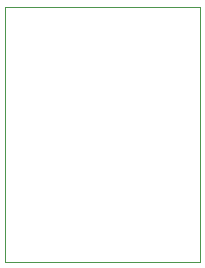
<source format=gbo>
G75*
%MOIN*%
%OFA0B0*%
%FSLAX24Y24*%
%IPPOS*%
%LPD*%
%AMOC8*
5,1,8,0,0,1.08239X$1,22.5*
%
%ADD10C,0.0000*%
D10*
X002392Y002642D02*
X002392Y011142D01*
X008892Y011142D01*
X008892Y002642D01*
X002392Y002642D01*
M02*

</source>
